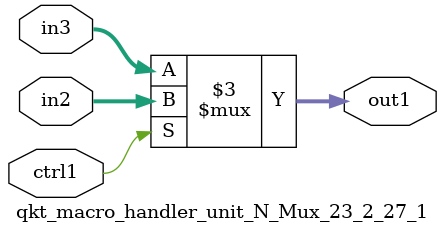
<source format=v>

`timescale 1ps / 1ps


module qkt_macro_handler_unit_N_Mux_23_2_27_1( in3, in2, ctrl1, out1 );

    input [22:0] in3;
    input [22:0] in2;
    input ctrl1;
    output [22:0] out1;
    reg [22:0] out1;

    
    // rtl_process:qkt_macro_handler_unit_N_Mux_23_2_27_1/qkt_macro_handler_unit_N_Mux_23_2_27_1_thread_1
    always @*
      begin : qkt_macro_handler_unit_N_Mux_23_2_27_1_thread_1
        case (ctrl1) 
          1'b1: 
            begin
              out1 = in2;
            end
          default: 
            begin
              out1 = in3;
            end
        endcase
      end

endmodule



</source>
